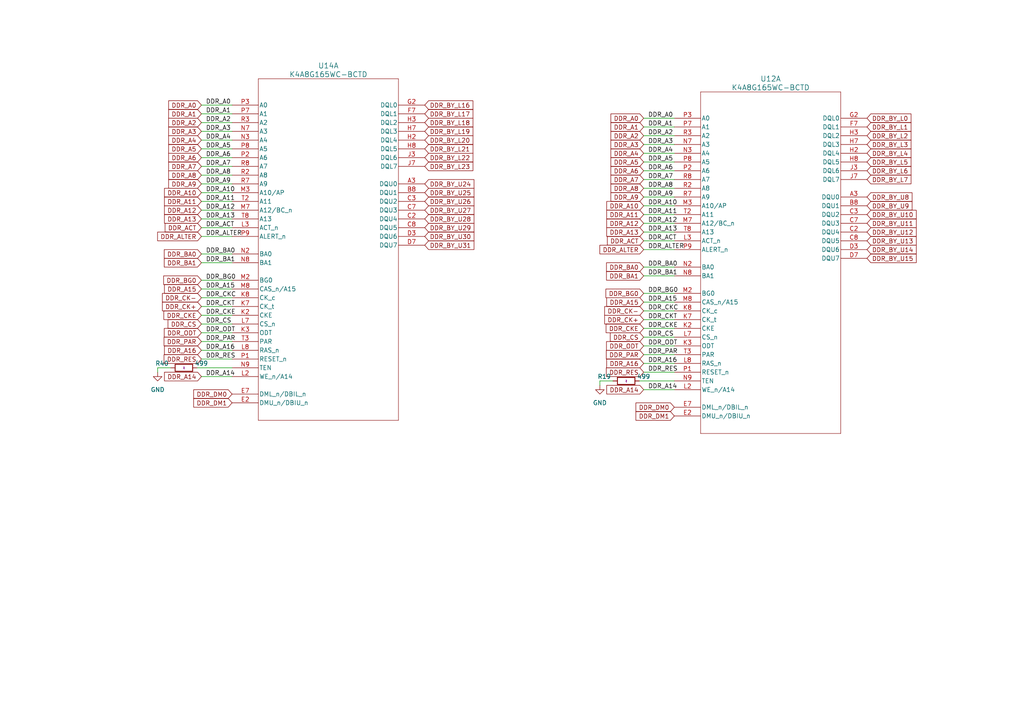
<source format=kicad_sch>
(kicad_sch (version 20230121) (generator eeschema)
  (paper "A4")
  (lib_symbols
    (symbol "Device:R" (pin_numbers hide) (pin_names (offset 0))
      (property "Reference" "R" (at 2.032 0 90))
      (property "Value" "R" (at 0 0 90))
      (symbol "R_0_1"
        (rectangle (start -1.016 -2.54) (end 1.016 2.54) (stroke (width 0.254)))
      )
      (symbol "R_1_1"
        (pin passive line (at 0 3.81 270) (length 1.27) (name "~") (number "1"))
        (pin passive line (at 0 -3.81 90) (length 1.27) (name "~") (number "2"))
      )
    )
    (symbol "K4A8G165W:K4A8G165WC-BCTD" (pin_names (offset 0.254))
      (property "Reference" "U" (at 27.94 12.7 0))
      (property "Value" "K4A8G165WC-BCTD" (at 27.94 10.16 0))
      (symbol "K4A8G165WC-BCTD_1_1"
        (polyline (pts (xy 7.62 -91.44) (xy 48.26 -91.44)) (stroke (width 0.127)))
        (polyline (pts (xy 7.62 7.62) (xy 7.62 -91.44)) (stroke (width 0.127)))
        (polyline (pts (xy 48.26 -91.44) (xy 48.26 7.62)) (stroke (width 0.127)))
        (polyline (pts (xy 48.26 7.62) (xy 7.62 7.62)) (stroke (width 0.127)))
        (pin bidirectional line (at 55.88 -22.86 180) (length 7.62) (name "DQU0") (number "A3"))
        (pin bidirectional line (at 55.88 -25.4 180) (length 7.62) (name "DQU1") (number "B8"))
        (pin bidirectional line (at 55.88 -33.02 180) (length 7.62) (name "DQU4") (number "C2"))
        (pin bidirectional line (at 55.88 -27.94 180) (length 7.62) (name "DQU2") (number "C3"))
        (pin bidirectional line (at 55.88 -30.48 180) (length 7.62) (name "DQU3") (number "C7"))
        (pin bidirectional line (at 55.88 -35.56 180) (length 7.62) (name "DQU5") (number "C8"))
        (pin bidirectional line (at 55.88 -38.1 180) (length 7.62) (name "DQU6") (number "D3"))
        (pin bidirectional line (at 55.88 -40.64 180) (length 7.62) (name "DQU7") (number "D7"))
        (pin bidirectional line (at 0 -86.36 0) (length 7.62) (name "DMU_n/DBIU_n") (number "E2"))
        (pin bidirectional line (at 0 -83.82 0) (length 7.62) (name "DML_n/DBIL_n") (number "E7"))
        (pin bidirectional line (at 55.88 -2.54 180) (length 7.62) (name "DQL1") (number "F7"))
        (pin bidirectional line (at 55.88 0 180) (length 7.62) (name "DQL0") (number "G2"))
        (pin bidirectional line (at 55.88 -10.16 180) (length 7.62) (name "DQL4") (number "H2"))
        (pin bidirectional line (at 55.88 -5.08 180) (length 7.62) (name "DQL2") (number "H3"))
        (pin bidirectional line (at 55.88 -7.62 180) (length 7.62) (name "DQL3") (number "H7"))
        (pin bidirectional line (at 55.88 -12.7 180) (length 7.62) (name "DQL5") (number "H8"))
        (pin bidirectional line (at 55.88 -15.24 180) (length 7.62) (name "DQL6") (number "J3"))
        (pin bidirectional line (at 55.88 -17.78 180) (length 7.62) (name "DQL7") (number "J7"))
        (pin input line (at 0 -60.96 0) (length 7.62) (name "CKE") (number "K2"))
        (pin input line (at 0 -66.04 0) (length 7.62) (name "ODT") (number "K3"))
        (pin input line (at 0 -58.42 0) (length 7.62) (name "CK_t") (number "K7"))
        (pin input line (at 0 -55.88 0) (length 7.62) (name "CK_c") (number "K8"))
        (pin input line (at 0 -78.74 0) (length 7.62) (name "WE_n/A14") (number "L2"))
        (pin input line (at 0 -35.56 0) (length 7.62) (name "ACT_n") (number "L3"))
        (pin input line (at 0 -63.5 0) (length 7.62) (name "CS_n") (number "L7"))
        (pin input line (at 0 -71.12 0) (length 7.62) (name "RAS_n") (number "L8"))
        (pin input line (at 0 -50.8 0) (length 7.62) (name "BG0") (number "M2"))
        (pin input line (at 0 -25.4 0) (length 7.62) (name "A10/AP") (number "M3"))
        (pin input line (at 0 -30.48 0) (length 7.62) (name "A12/BC_n") (number "M7"))
        (pin input line (at 0 -53.34 0) (length 7.62) (name "CAS_n/A15") (number "M8"))
        (pin input line (at 0 -43.18 0) (length 7.62) (name "BA0") (number "N2"))
        (pin input line (at 0 -10.16 0) (length 7.62) (name "A4") (number "N3"))
        (pin input line (at 0 -7.62 0) (length 7.62) (name "A3") (number "N7"))
        (pin input line (at 0 -45.72 0) (length 7.62) (name "BA1") (number "N8"))
        (pin input line (at 0 -76.2 0) (length 7.62) (name "TEN") (number "N9"))
        (pin input line (at 0 -73.66 0) (length 7.62) (name "RESET_n") (number "P1"))
        (pin input line (at 0 -15.24 0) (length 7.62) (name "A6") (number "P2"))
        (pin input line (at 0 0 0) (length 7.62) (name "A0") (number "P3"))
        (pin input line (at 0 -2.54 0) (length 7.62) (name "A1") (number "P7"))
        (pin input line (at 0 -12.7 0) (length 7.62) (name "A5") (number "P8"))
        (pin input line (at 0 -38.1 0) (length 7.62) (name "ALERT_n") (number "P9"))
        (pin input line (at 0 -20.32 0) (length 7.62) (name "A8") (number "R2"))
        (pin input line (at 0 -5.08 0) (length 7.62) (name "A2") (number "R3"))
        (pin input line (at 0 -22.86 0) (length 7.62) (name "A9") (number "R7"))
        (pin input line (at 0 -17.78 0) (length 7.62) (name "A7") (number "R8"))
        (pin input line (at 0 -27.94 0) (length 7.62) (name "A11") (number "T2"))
        (pin input line (at 0 -68.58 0) (length 7.62) (name "PAR") (number "T3"))
        (pin input line (at 0 -33.02 0) (length 7.62) (name "A13") (number "T8"))
      )
      (symbol "K4A8G165WC-BCTD_2_1"
        (polyline (pts (xy 7.62 -129.54) (xy 43.18 -129.54)) (stroke (width 0.127)))
        (polyline (pts (xy 7.62 5.08) (xy 7.62 -129.54)) (stroke (width 0.127)))
        (polyline (pts (xy 43.18 -129.54) (xy 43.18 5.08)) (stroke (width 0.127)))
        (polyline (pts (xy 43.18 5.08) (xy 7.62 5.08)) (stroke (width 0.127)))
        (pin power_in line (at 0 -27.94 0) (length 7.62) (name "VDDQ") (number "A1"))
        (pin power_out line (at 0 -96.52 0) (length 7.62) (name "VSSQ") (number "A2"))
        (pin bidirectional line (at 50.8 -2.54 180) (length 7.62) (name "DQSU_c") (number "A7"))
        (pin power_out line (at 0 -99.06 0) (length 7.62) (name "VSSQ") (number "A8"))
        (pin power_in line (at 0 -30.48 0) (length 7.62) (name "VDDQ") (number "A9"))
        (pin power_in line (at 0 -55.88 0) (length 7.62) (name "VPP") (number "B1"))
        (pin power_out line (at 0 -73.66 0) (length 7.62) (name "VSS") (number "B2"))
        (pin power_in line (at 0 -2.54 0) (length 7.62) (name "VDD") (number "B3"))
        (pin bidirectional line (at 50.8 -5.08 180) (length 7.62) (name "DQSU_t") (number "B7"))
        (pin power_in line (at 0 -5.08 0) (length 7.62) (name "VDD") (number "B9"))
        (pin power_in line (at 0 -33.02 0) (length 7.62) (name "VDDQ") (number "C1"))
        (pin power_out line (at 0 -101.6 0) (length 7.62) (name "VSSQ") (number "C9"))
        (pin power_in line (at 0 -7.62 0) (length 7.62) (name "VDD") (number "D1"))
        (pin power_out line (at 0 -104.14 0) (length 7.62) (name "VSSQ") (number "D2"))
        (pin power_out line (at 0 -106.68 0) (length 7.62) (name "VSSQ") (number "D8"))
        (pin power_in line (at 0 -35.56 0) (length 7.62) (name "VDDQ") (number "D9"))
        (pin power_out line (at 0 -76.2 0) (length 7.62) (name "VSS") (number "E1"))
        (pin power_out line (at 0 -109.22 0) (length 7.62) (name "VSSQ") (number "E3"))
        (pin power_out line (at 0 -111.76 0) (length 7.62) (name "VSSQ") (number "E8"))
        (pin power_out line (at 0 -78.74 0) (length 7.62) (name "VSS") (number "E9"))
        (pin power_out line (at 0 -114.3 0) (length 7.62) (name "VSSQ") (number "F1"))
        (pin power_in line (at 0 -38.1 0) (length 7.62) (name "VDDQ") (number "F2"))
        (pin bidirectional line (at 0 -121.92 0) (length 7.62) (name "DQSL_c") (number "F3"))
        (pin power_in line (at 0 -40.64 0) (length 7.62) (name "VDDQ") (number "F8"))
        (pin power_in line (at 0 -68.58 0) (length 7.62) (name "ZQ") (number "F9"))
        (pin power_in line (at 0 -43.18 0) (length 7.62) (name "VDDQ") (number "G1"))
        (pin bidirectional line (at 0 -124.46 0) (length 7.62) (name "DQSL_c") (number "G3"))
        (pin power_in line (at 0 -10.16 0) (length 7.62) (name "VDD") (number "G7"))
        (pin power_out line (at 0 -81.28 0) (length 7.62) (name "VSS") (number "G8"))
        (pin power_in line (at 0 -45.72 0) (length 7.62) (name "VDDQ") (number "G9"))
        (pin power_out line (at 0 -116.84 0) (length 7.62) (name "VSSQ") (number "H1"))
        (pin power_out line (at 0 -119.38 0) (length 7.62) (name "VSSQ") (number "H9"))
        (pin power_in line (at 0 -12.7 0) (length 7.62) (name "VDD") (number "J1"))
        (pin power_in line (at 0 -48.26 0) (length 7.62) (name "VDDQ") (number "J2"))
        (pin power_in line (at 0 -50.8 0) (length 7.62) (name "VDDQ") (number "J8"))
        (pin power_in line (at 0 -15.24 0) (length 7.62) (name "VDD") (number "J9"))
        (pin power_out line (at 0 -83.82 0) (length 7.62) (name "VSS") (number "K1"))
        (pin power_out line (at 0 -86.36 0) (length 7.62) (name "VSS") (number "K9"))
        (pin power_in line (at 0 -17.78 0) (length 7.62) (name "VDD") (number "L1"))
        (pin power_in line (at 0 -20.32 0) (length 7.62) (name "VDD") (number "L9"))
        (pin power_in line (at 0 -63.5 0) (length 7.62) (name "VREFCA") (number "M1"))
        (pin power_out line (at 0 -88.9 0) (length 7.62) (name "VSS") (number "M9"))
        (pin power_out line (at 0 -91.44 0) (length 7.62) (name "VSS") (number "N1"))
        (pin power_in line (at 0 -22.86 0) (length 7.62) (name "VDD") (number "R1"))
        (pin power_in line (at 0 -58.42 0) (length 7.62) (name "VPP") (number "R9"))
        (pin power_out line (at 0 -93.98 0) (length 7.62) (name "VSS") (number "T1"))
        (pin no_connect line (at 0 0 0) (length 7.62) (name "NC") (number "T7"))
        (pin power_in line (at 0 -25.4 0) (length 7.62) (name "VDD") (number "T9"))
      )
    )
    (symbol "power:GND" (power) (pin_names (offset 0))
      (property "Value" "GND" (at 0 -3.81 0))
      (symbol "GND_0_1"
        (polyline (pts (xy 0 0) (xy 0 -1.27) (xy 1.27 -1.27) (xy 0 -2.54) (xy -1.27 -1.27) (xy 0 -1.27)))
      )
      (symbol "GND_1_1"
        (pin power_in line (at 0 0 270) (length 0) hide (name "GND") (number "1"))
      )
    )
  )
  (wire (pts (xy 186.69 85.09) (xy 195.58 85.09)))
  (wire (pts (xy 58.42 35.56) (xy 67.31 35.56)))
  (wire (pts (xy 186.69 41.91) (xy 195.58 41.91)))
  (wire (pts (xy 186.69 72.39) (xy 195.58 72.39)))
  (wire (pts (xy 186.69 57.15) (xy 195.58 57.15)))
  (wire (pts (xy 186.69 90.17) (xy 195.58 90.17)))
  (wire (pts (xy 58.42 50.8) (xy 67.31 50.8)))
  (wire (pts (xy 58.42 58.42) (xy 67.31 58.42)))
  (wire (pts (xy 186.69 87.63) (xy 195.58 87.63)))
  (wire (pts (xy 58.42 96.52) (xy 67.31 96.52)))
  (wire (pts (xy 58.42 55.88) (xy 67.31 55.88)))
  (wire (pts (xy 45.72 106.68) (xy 45.72 107.95)))
  (wire (pts (xy 186.69 113.03) (xy 195.58 113.03)))
  (wire (pts (xy 58.42 68.58) (xy 67.31 68.58)))
  (wire (pts (xy 58.42 45.72) (xy 67.31 45.72)))
  (wire (pts (xy 173.99 110.49) (xy 173.99 111.76)))
  (wire (pts (xy 57.15 106.68) (xy 67.31 106.68)))
  (wire (pts (xy 58.42 53.34) (xy 67.31 53.34)))
  (wire (pts (xy 186.69 69.85) (xy 195.58 69.85)))
  (wire (pts (xy 58.42 109.22) (xy 67.31 109.22)))
  (wire (pts (xy 186.69 102.87) (xy 195.58 102.87)))
  (wire (pts (xy 186.69 105.41) (xy 195.58 105.41)))
  (wire (pts (xy 186.69 34.29) (xy 195.58 34.29)))
  (wire (pts (xy 58.42 48.26) (xy 67.31 48.26)))
  (wire (pts (xy 58.42 99.06) (xy 67.31 99.06)))
  (wire (pts (xy 58.42 93.98) (xy 67.31 93.98)))
  (wire (pts (xy 186.69 100.33) (xy 195.58 100.33)))
  (wire (pts (xy 58.42 40.64) (xy 67.31 40.64)))
  (wire (pts (xy 58.42 66.04) (xy 67.31 66.04)))
  (wire (pts (xy 58.42 30.48) (xy 67.31 30.48)))
  (wire (pts (xy 186.69 52.07) (xy 195.58 52.07)))
  (wire (pts (xy 58.42 88.9) (xy 67.31 88.9)))
  (wire (pts (xy 58.42 63.5) (xy 67.31 63.5)))
  (wire (pts (xy 186.69 92.71) (xy 195.58 92.71)))
  (wire (pts (xy 177.8 110.49) (xy 173.99 110.49)))
  (wire (pts (xy 186.69 80.01) (xy 195.58 80.01)))
  (wire (pts (xy 49.53 106.68) (xy 45.72 106.68)))
  (wire (pts (xy 58.42 33.02) (xy 67.31 33.02)))
  (wire (pts (xy 186.69 39.37) (xy 195.58 39.37)))
  (wire (pts (xy 186.69 54.61) (xy 195.58 54.61)))
  (wire (pts (xy 186.69 64.77) (xy 195.58 64.77)))
  (wire (pts (xy 58.42 83.82) (xy 67.31 83.82)))
  (wire (pts (xy 58.42 43.18) (xy 67.31 43.18)))
  (wire (pts (xy 58.42 73.66) (xy 67.31 73.66)))
  (wire (pts (xy 58.42 86.36) (xy 67.31 86.36)))
  (wire (pts (xy 58.42 101.6) (xy 67.31 101.6)))
  (wire (pts (xy 186.69 59.69) (xy 195.58 59.69)))
  (wire (pts (xy 186.69 107.95) (xy 195.58 107.95)))
  (wire (pts (xy 185.42 110.49) (xy 195.58 110.49)))
  (wire (pts (xy 58.42 76.2) (xy 67.31 76.2)))
  (wire (pts (xy 186.69 44.45) (xy 195.58 44.45)))
  (wire (pts (xy 186.69 95.25) (xy 195.58 95.25)))
  (wire (pts (xy 186.69 67.31) (xy 195.58 67.31)))
  (wire (pts (xy 186.69 62.23) (xy 195.58 62.23)))
  (wire (pts (xy 186.69 49.53) (xy 195.58 49.53)))
  (wire (pts (xy 186.69 77.47) (xy 195.58 77.47)))
  (wire (pts (xy 186.69 97.79) (xy 195.58 97.79)))
  (wire (pts (xy 58.42 38.1) (xy 67.31 38.1)))
  (wire (pts (xy 58.42 104.14) (xy 67.31 104.14)))
  (wire (pts (xy 58.42 81.28) (xy 67.31 81.28)))
  (wire (pts (xy 186.69 36.83) (xy 195.58 36.83)))
  (wire (pts (xy 186.69 46.99) (xy 195.58 46.99)))
  (wire (pts (xy 58.42 60.96) (xy 67.31 60.96)))
  (wire (pts (xy 58.42 91.44) (xy 67.31 91.44)))
  (label "DDR_A6" (at 187.96 49.53 0))
  (label "DDR_ODT" (at 59.69 96.52 0))
  (label "DDR_RES" (at 59.69 104.14 0))
  (label "DDR_BA0" (at 187.96 77.47 0))
  (label "DDR_A11" (at 59.69 58.42 0))
  (label "DDR_A8" (at 59.69 50.8 0))
  (label "DDR_CKE" (at 187.96 95.25 0))
  (label "DDR_A12" (at 59.69 60.96 0))
  (label "DDR_ACT" (at 59.69 66.04 0))
  (label "DDR_A14" (at 59.69 109.22 0))
  (label "DDR_A1" (at 187.96 36.83 0))
  (label "DDR_A6" (at 59.69 45.72 0))
  (label "DDR_A4" (at 59.69 40.64 0))
  (label "DDR_A5" (at 187.96 46.99 0))
  (label "DDR_CS" (at 187.96 97.79 0))
  (label "DDR_A8" (at 187.96 54.61 0))
  (label "DDR_BG0" (at 187.96 85.09 0))
  (label "DDR_CKE" (at 59.69 91.44 0))
  (label "DDR_A10" (at 59.69 55.88 0))
  (label "DDR_A0" (at 187.96 34.29 0))
  (label "DDR_A2" (at 187.96 39.37 0))
  (label "DDR_BG0" (at 59.69 81.28 0))
  (label "DDR_A1" (at 59.69 33.02 0))
  (label "DDR_A3" (at 59.69 38.1 0))
  (label "DDR_CKC" (at 187.96 90.17 0))
  (label "DDR_A7" (at 187.96 52.07 0))
  (label "DDR_ACT" (at 187.96 69.85 0))
  (label "DDR_A12" (at 187.96 64.77 0))
  (label "DDR_BA0" (at 59.69 73.66 0))
  (label "DDR_PAR" (at 59.69 99.06 0))
  (label "DDR_CKT" (at 187.96 92.71 0))
  (label "DDR_A16" (at 59.69 101.6 0))
  (label "DDR_A2" (at 59.69 35.56 0))
  (label "DDR_BA1" (at 187.96 80.01 0))
  (label "DDR_A15" (at 59.69 83.82 0))
  (label "DDR_A0" (at 59.69 30.48 0))
  (label "DDR_A4" (at 187.96 44.45 0))
  (label "DDR_CKC" (at 59.69 86.36 0))
  (label "DDR_A13" (at 59.69 63.5 0))
  (label "DDR_ALTER" (at 187.96 72.39 0))
  (label "DDR_PAR" (at 187.96 102.87 0))
  (label "DDR_ODT" (at 187.96 100.33 0))
  (label "DDR_A9" (at 59.69 53.34 0))
  (label "DDR_CKT" (at 59.69 88.9 0))
  (label "DDR_A14" (at 187.96 113.03 0))
  (label "DDR_A5" (at 59.69 43.18 0))
  (label "DDR_A16" (at 187.96 105.41 0))
  (label "DDR_CS" (at 59.69 93.98 0))
  (label "DDR_A3" (at 187.96 41.91 0))
  (label "DDR_ALTER" (at 59.69 68.58 0))
  (label "DDR_RES" (at 187.96 107.95 0))
  (label "DDR_BA1" (at 59.69 76.2 0))
  (label "DDR_A11" (at 187.96 62.23 0))
  (label "DDR_A13" (at 187.96 67.31 0))
  (label "DDR_A7" (at 59.69 48.26 0))
  (label "DDR_A9" (at 187.96 57.15 0))
  (label "DDR_A10" (at 187.96 59.69 0))
  (label "DDR_A15" (at 187.96 87.63 0))
  (global_label "DDR_A12" (shape input) (at 58.42 60.96 180) (property "Intersheetrefs" "${INTERSHEET_REFS}" (effects hide)))
  (global_label "DDR_CK+" (shape input) (at 186.69 92.71 180) (property "Intersheetrefs" "${INTERSHEET_REFS}" (effects hide)))
  (global_label "DDR_BY_L16" (shape input) (at 123.19 30.48 0) (property "Intersheetrefs" "${INTERSHEET_REFS}" (effects hide)))
  (global_label "DDR_RES" (shape input) (at 58.42 104.14 180) (property "Intersheetrefs" "${INTERSHEET_REFS}" (effects hide)))
  (global_label "DDR_A16" (shape input) (at 58.42 101.6 180) (property "Intersheetrefs" "${INTERSHEET_REFS}" (effects hide)))
  (global_label "DDR_A1" (shape input) (at 186.69 36.83 180) (property "Intersheetrefs" "${INTERSHEET_REFS}" (effects hide)))
  (global_label "DDR_A11" (shape input) (at 58.42 58.42 180) (property "Intersheetrefs" "${INTERSHEET_REFS}" (effects hide)))
  (global_label "DDR_PAR" (shape input) (at 58.42 99.06 180) (property "Intersheetrefs" "${INTERSHEET_REFS}" (effects hide)))
  (global_label "DDR_BY_L3" (shape input) (at 251.46 41.91 0) (property "Intersheetrefs" "${INTERSHEET_REFS}" (effects hide)))
  (global_label "DDR_A14" (shape input) (at 186.69 113.03 180) (property "Intersheetrefs" "${INTERSHEET_REFS}" (effects hide)))
  (global_label "DDR_A8" (shape input) (at 58.42 50.8 180) (property "Intersheetrefs" "${INTERSHEET_REFS}" (effects hide)))
  (global_label "DDR_BY_U28" (shape input) (at 123.19 63.5 0) (property "Intersheetrefs" "${INTERSHEET_REFS}" (effects hide)))
  (global_label "DDR_BY_U12" (shape input) (at 251.46 67.31 0) (property "Intersheetrefs" "${INTERSHEET_REFS}" (effects hide)))
  (global_label "DDR_BY_U31" (shape input) (at 123.19 71.12 0) (property "Intersheetrefs" "${INTERSHEET_REFS}" (effects hide)))
  (global_label "DDR_BY_L5" (shape input) (at 251.46 46.99 0) (property "Intersheetrefs" "${INTERSHEET_REFS}" (effects hide)))
  (global_label "DDR_CKE" (shape input) (at 58.42 91.44 180) (property "Intersheetrefs" "${INTERSHEET_REFS}" (effects hide)))
  (global_label "DDR_A12" (shape input) (at 186.69 64.77 180) (property "Intersheetrefs" "${INTERSHEET_REFS}" (effects hide)))
  (global_label "DDR_BY_L1" (shape input) (at 251.46 36.83 0) (property "Intersheetrefs" "${INTERSHEET_REFS}" (effects hide)))
  (global_label "DDR_BY_L17" (shape input) (at 123.19 33.02 0) (property "Intersheetrefs" "${INTERSHEET_REFS}" (effects hide)))
  (global_label "DDR_A9" (shape input) (at 58.42 53.34 180) (property "Intersheetrefs" "${INTERSHEET_REFS}" (effects hide)))
  (global_label "DDR_A5" (shape input) (at 58.42 43.18 180) (property "Intersheetrefs" "${INTERSHEET_REFS}" (effects hide)))
  (global_label "DDR_A6" (shape input) (at 58.42 45.72 180) (property "Intersheetrefs" "${INTERSHEET_REFS}" (effects hide)))
  (global_label "DDR_BY_L20" (shape input) (at 123.19 40.64 0) (property "Intersheetrefs" "${INTERSHEET_REFS}" (effects hide)))
  (global_label "DDR_A15" (shape input) (at 186.69 87.63 180) (property "Intersheetrefs" "${INTERSHEET_REFS}" (effects hide)))
  (global_label "DDR_RES" (shape input) (at 186.69 107.95 180) (property "Intersheetrefs" "${INTERSHEET_REFS}" (effects hide)))
  (global_label "DDR_A4" (shape input) (at 58.42 40.64 180) (property "Intersheetrefs" "${INTERSHEET_REFS}" (effects hide)))
  (global_label "DDR_PAR" (shape input) (at 186.69 102.87 180) (property "Intersheetrefs" "${INTERSHEET_REFS}" (effects hide)))
  (global_label "DDR_A10" (shape input) (at 58.42 55.88 180) (property "Intersheetrefs" "${INTERSHEET_REFS}" (effects hide)))
  (global_label "DDR_BY_L6" (shape input) (at 251.46 49.53 0) (property "Intersheetrefs" "${INTERSHEET_REFS}" (effects hide)))
  (global_label "DDR_A0" (shape input) (at 186.69 34.29 180) (property "Intersheetrefs" "${INTERSHEET_REFS}" (effects hide)))
  (global_label "DDR_BY_L19" (shape input) (at 123.19 38.1 0) (property "Intersheetrefs" "${INTERSHEET_REFS}" (effects hide)))
  (global_label "DDR_CKE" (shape input) (at 186.69 95.25 180) (property "Intersheetrefs" "${INTERSHEET_REFS}" (effects hide)))
  (global_label "DDR_DM1" (shape input) (at 195.58 120.65 180) (property "Intersheetrefs" "${INTERSHEET_REFS}" (effects hide)))
  (global_label "DDR_BA0" (shape input) (at 186.69 77.47 180) (property "Intersheetrefs" "${INTERSHEET_REFS}" (effects hide)))
  (global_label "DDR_BY_L7" (shape input) (at 251.46 52.07 0) (property "Intersheetrefs" "${INTERSHEET_REFS}" (effects hide)))
  (global_label "DDR_A3" (shape input) (at 58.42 38.1 180) (property "Intersheetrefs" "${INTERSHEET_REFS}" (effects hide)))
  (global_label "DDR_BA1" (shape input) (at 186.69 80.01 180) (property "Intersheetrefs" "${INTERSHEET_REFS}" (effects hide)))
  (global_label "DDR_BY_U14" (shape input) (at 251.46 72.39 0) (property "Intersheetrefs" "${INTERSHEET_REFS}" (effects hide)))
  (global_label "DDR_BY_U8" (shape input) (at 251.46 57.15 0) (property "Intersheetrefs" "${INTERSHEET_REFS}" (effects hide)))
  (global_label "DDR_BY_L23" (shape input) (at 123.19 48.26 0) (property "Intersheetrefs" "${INTERSHEET_REFS}" (effects hide)))
  (global_label "DDR_A16" (shape input) (at 186.69 105.41 180) (property "Intersheetrefs" "${INTERSHEET_REFS}" (effects hide)))
  (global_label "DDR_BY_U30" (shape input) (at 123.19 68.58 0) (property "Intersheetrefs" "${INTERSHEET_REFS}" (effects hide)))
  (global_label "DDR_A7" (shape input) (at 58.42 48.26 180) (property "Intersheetrefs" "${INTERSHEET_REFS}" (effects hide)))
  (global_label "DDR_ODT" (shape input) (at 58.42 96.52 180) (property "Intersheetrefs" "${INTERSHEET_REFS}" (effects hide)))
  (global_label "DDR_A2" (shape input) (at 186.69 39.37 180) (property "Intersheetrefs" "${INTERSHEET_REFS}" (effects hide)))
  (global_label "DDR_A7" (shape input) (at 186.69 52.07 180) (property "Intersheetrefs" "${INTERSHEET_REFS}" (effects hide)))
  (global_label "DDR_A11" (shape input) (at 186.69 62.23 180) (property "Intersheetrefs" "${INTERSHEET_REFS}" (effects hide)))
  (global_label "DDR_CK+" (shape input) (at 58.42 88.9 180) (property "Intersheetrefs" "${INTERSHEET_REFS}" (effects hide)))
  (global_label "DDR_CS" (shape input) (at 58.42 93.98 180) (property "Intersheetrefs" "${INTERSHEET_REFS}" (effects hide)))
  (global_label "DDR_A3" (shape input) (at 186.69 41.91 180) (property "Intersheetrefs" "${INTERSHEET_REFS}" (effects hide)))
  (global_label "DDR_BA1" (shape input) (at 58.42 76.2 180) (property "Intersheetrefs" "${INTERSHEET_REFS}" (effects hide)))
  (global_label "DDR_BY_U24" (shape input) (at 123.19 53.34 0) (property "Intersheetrefs" "${INTERSHEET_REFS}" (effects hide)))
  (global_label "DDR_BY_L4" (shape input) (at 251.46 44.45 0) (property "Intersheetrefs" "${INTERSHEET_REFS}" (effects hide)))
  (global_label "DDR_A5" (shape input) (at 186.69 46.99 180) (property "Intersheetrefs" "${INTERSHEET_REFS}" (effects hide)))
  (global_label "DDR_A13" (shape input) (at 186.69 67.31 180) (property "Intersheetrefs" "${INTERSHEET_REFS}" (effects hide)))
  (global_label "DDR_A14" (shape input) (at 58.42 109.22 180) (property "Intersheetrefs" "${INTERSHEET_REFS}" (effects hide)))
  (global_label "DDR_CS" (shape input) (at 186.69 97.79 180) (property "Intersheetrefs" "${INTERSHEET_REFS}" (effects hide)))
  (global_label "DDR_BY_L0" (shape input) (at 251.46 34.29 0) (property "Intersheetrefs" "${INTERSHEET_REFS}" (effects hide)))
  (global_label "DDR_ACT" (shape input) (at 186.69 69.85 180) (property "Intersheetrefs" "${INTERSHEET_REFS}" (effects hide)))
  (global_label "DDR_A9" (shape input) (at 186.69 57.15 180) (property "Intersheetrefs" "${INTERSHEET_REFS}" (effects hide)))
  (global_label "DDR_BY_U9" (shape input) (at 251.46 59.69 0) (property "Intersheetrefs" "${INTERSHEET_REFS}" (effects hide)))
  (global_label "DDR_BY_U26" (shape input) (at 123.19 58.42 0) (property "Intersheetrefs" "${INTERSHEET_REFS}" (effects hide)))
  (global_label "DDR_A15" (shape input) (at 58.42 83.82 180) (property "Intersheetrefs" "${INTERSHEET_REFS}" (effects hide)))
  (global_label "DDR_A10" (shape input) (at 186.69 59.69 180) (property "Intersheetrefs" "${INTERSHEET_REFS}" (effects hide)))
  (global_label "DDR_BG0" (shape input) (at 186.69 85.09 180) (property "Intersheetrefs" "${INTERSHEET_REFS}" (effects hide)))
  (global_label "DDR_A13" (shape input) (at 58.42 63.5 180) (property "Intersheetrefs" "${INTERSHEET_REFS}" (effects hide)))
  (global_label "DDR_BY_L22" (shape input) (at 123.19 45.72 0) (property "Intersheetrefs" "${INTERSHEET_REFS}" (effects hide)))
  (global_label "DDR_A4" (shape input) (at 186.69 44.45 180) (property "Intersheetrefs" "${INTERSHEET_REFS}" (effects hide)))
  (global_label "DDR_BY_U25" (shape input) (at 123.19 55.88 0) (property "Intersheetrefs" "${INTERSHEET_REFS}" (effects hide)))
  (global_label "DDR_DM1" (shape input) (at 67.31 116.84 180) (property "Intersheetrefs" "${INTERSHEET_REFS}" (effects hide)))
  (global_label "DDR_BY_U27" (shape input) (at 123.19 60.96 0) (property "Intersheetrefs" "${INTERSHEET_REFS}" (effects hide)))
  (global_label "DDR_A1" (shape input) (at 58.42 33.02 180) (property "Intersheetrefs" "${INTERSHEET_REFS}" (effects hide)))
  (global_label "DDR_A0" (shape input) (at 58.42 30.48 180) (property "Intersheetrefs" "${INTERSHEET_REFS}" (effects hide)))
  (global_label "DDR_BY_L2" (shape input) (at 251.46 39.37 0) (property "Intersheetrefs" "${INTERSHEET_REFS}" (effects hide)))
  (global_label "DDR_BY_L18" (shape input) (at 123.19 35.56 0) (property "Intersheetrefs" "${INTERSHEET_REFS}" (effects hide)))
  (global_label "DDR_ALTER" (shape input) (at 58.42 68.58 180) (property "Intersheetrefs" "${INTERSHEET_REFS}" (effects hide)))
  (global_label "DDR_BG0" (shape input) (at 58.42 81.28 180) (property "Intersheetrefs" "${INTERSHEET_REFS}" (effects hide)))
  (global_label "DDR_CK-" (shape input) (at 58.42 86.36 180) (property "Intersheetrefs" "${INTERSHEET_REFS}" (effects hide)))
  (global_label "DDR_A8" (shape input) (at 186.69 54.61 180) (property "Intersheetrefs" "${INTERSHEET_REFS}" (effects hide)))
  (global_label "DDR_BY_U11" (shape input) (at 251.46 64.77 0) (property "Intersheetrefs" "${INTERSHEET_REFS}" (effects hide)))
  (global_label "DDR_ACT" (shape input) (at 58.42 66.04 180) (property "Intersheetrefs" "${INTERSHEET_REFS}" (effects hide)))
  (global_label "DDR_A2" (shape input) (at 58.42 35.56 180) (property "Intersheetrefs" "${INTERSHEET_REFS}" (effects hide)))
  (global_label "DDR_BY_U29" (shape input) (at 123.19 66.04 0) (property "Intersheetrefs" "${INTERSHEET_REFS}" (effects hide)))
  (global_label "DDR_BY_U15" (shape input) (at 251.46 74.93 0) (property "Intersheetrefs" "${INTERSHEET_REFS}" (effects hide)))
  (global_label "DDR_BY_U13" (shape input) (at 251.46 69.85 0) (property "Intersheetrefs" "${INTERSHEET_REFS}" (effects hide)))
  (global_label "DDR_A6" (shape input) (at 186.69 49.53 180) (property "Intersheetrefs" "${INTERSHEET_REFS}" (effects hide)))
  (global_label "DDR_BY_L21" (shape input) (at 123.19 43.18 0) (property "Intersheetrefs" "${INTERSHEET_REFS}" (effects hide)))
  (global_label "DDR_CK-" (shape input) (at 186.69 90.17 180) (property "Intersheetrefs" "${INTERSHEET_REFS}" (effects hide)))
  (global_label "DDR_DM0" (shape input) (at 67.31 114.3 180) (property "Intersheetrefs" "${INTERSHEET_REFS}" (effects hide)))
  (global_label "DDR_BY_U10" (shape input) (at 251.46 62.23 0) (property "Intersheetrefs" "${INTERSHEET_REFS}" (effects hide)))
  (global_label "DDR_ODT" (shape input) (at 186.69 100.33 180) (property "Intersheetrefs" "${INTERSHEET_REFS}" (effects hide)))
  (global_label "DDR_BA0" (shape input) (at 58.42 73.66 180) (property "Intersheetrefs" "${INTERSHEET_REFS}" (effects hide)))
  (global_label "DDR_ALTER" (shape input) (at 186.69 72.39 180) (property "Intersheetrefs" "${INTERSHEET_REFS}" (effects hide)))
  (global_label "DDR_DM0" (shape input) (at 195.58 118.11 180) (property "Intersheetrefs" "${INTERSHEET_REFS}" (effects hide)))
  (symbol (lib_id "Device:R") (at 53.34 106.68 90) (unit 1)
    (property "Reference" "R40" (at 46.99 105.41 90))
    (property "Value" "499" (at 58.42 105.41 90))
    (property "Footprint" "Resistor_SMD:R_0402_1005Metric_Pad0.72x0.64mm_HandSolder" (effects hide))
    (property "Datasheet" "~" (at 53.34 106.68 0))
  )
  (symbol (lib_id "power:GND") (at 45.72 107.95 0) (unit 1)
    (property "Reference" "#PWR050" (effects hide))
    (property "Value" "GND" (at 45.72 113.03 0))
  )
  (symbol (lib_id "Device:R") (at 181.61 110.49 90) (unit 1)
    (property "Reference" "R19" (at 175.26 109.22 90))
    (property "Value" "499" (at 186.69 109.22 90))
    (property "Footprint" "Resistor_SMD:R_0402_1005Metric_Pad0.72x0.64mm_HandSolder" (effects hide))
    (property "Datasheet" "~" (at 181.61 110.49 0))
  )
  (symbol (lib_id "K4A8G165W:K4A8G165WC-BCTD") (at 67.31 30.48 0) (unit 1)
    (property "Reference" "U14" (at 95.25 19.05 0) (effects (font (size 1.524 1.524))))
    (property "Value" "K4A8G165WC-BCTD" (at 95.25 21.59 0) (effects (font (size 1.524 1.524))))
    (property "Footprint" "lib:FBGA96X16_7P5X13P3_SAM" (effects hide))
    (property "Datasheet" "K4A8G165WC-BCTD" (effects hide))
  )
  (symbol (lib_id "K4A8G165W:K4A8G165WC-BCTD") (at 195.58 34.29 0) (unit 1)
    (property "Reference" "U12" (at 223.52 22.86 0) (effects (font (size 1.524 1.524))))
    (property "Value" "K4A8G165WC-BCTD" (at 223.52 25.4 0) (effects (font (size 1.524 1.524))))
    (property "Footprint" "lib:FBGA96X16_7P5X13P3_SAM" (effects hide))
    (property "Datasheet" "K4A8G165WC-BCTD" (effects hide))
  )
  (symbol (lib_id "power:GND") (at 173.99 111.76 0) (unit 1)
    (property "Reference" "#PWR031" (effects hide))
    (property "Value" "GND" (at 173.99 116.84 0))
  )
)
</source>
